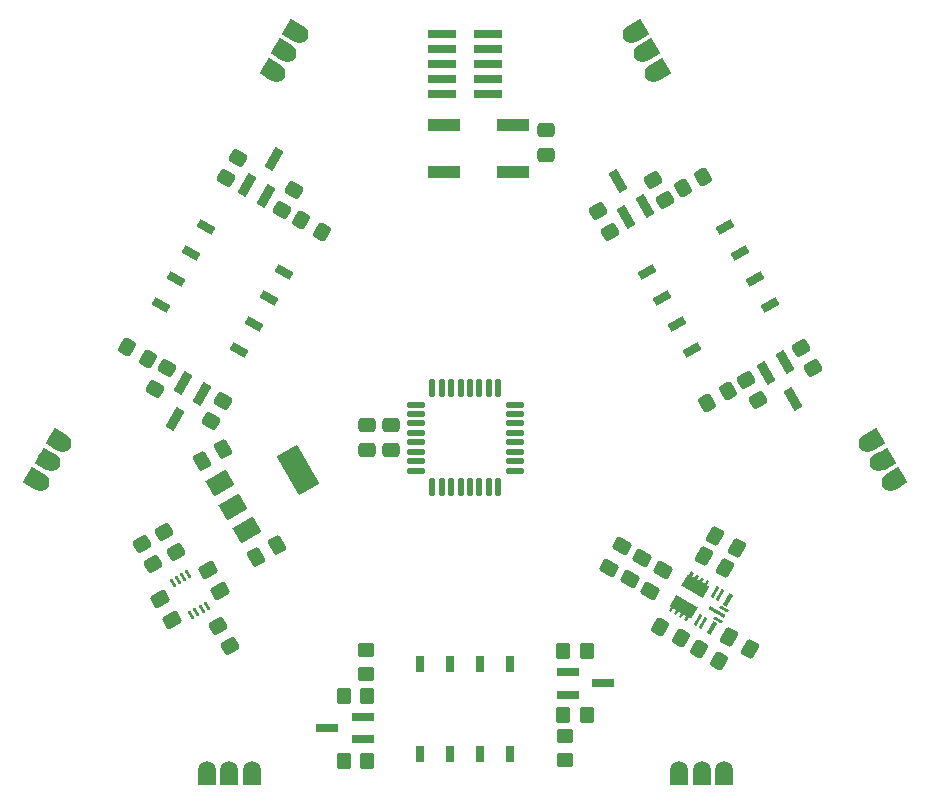
<source format=gbr>
%TF.GenerationSoftware,KiCad,Pcbnew,7.0.7*%
%TF.CreationDate,2023-11-13T09:37:15+01:00*%
%TF.ProjectId,Small,536d616c-6c2e-46b6-9963-61645f706362,rev?*%
%TF.SameCoordinates,Original*%
%TF.FileFunction,Paste,Top*%
%TF.FilePolarity,Positive*%
%FSLAX46Y46*%
G04 Gerber Fmt 4.6, Leading zero omitted, Abs format (unit mm)*
G04 Created by KiCad (PCBNEW 7.0.7) date 2023-11-13 09:37:15*
%MOMM*%
%LPD*%
G01*
G04 APERTURE LIST*
G04 Aperture macros list*
%AMRoundRect*
0 Rectangle with rounded corners*
0 $1 Rounding radius*
0 $2 $3 $4 $5 $6 $7 $8 $9 X,Y pos of 4 corners*
0 Add a 4 corners polygon primitive as box body*
4,1,4,$2,$3,$4,$5,$6,$7,$8,$9,$2,$3,0*
0 Add four circle primitives for the rounded corners*
1,1,$1+$1,$2,$3*
1,1,$1+$1,$4,$5*
1,1,$1+$1,$6,$7*
1,1,$1+$1,$8,$9*
0 Add four rect primitives between the rounded corners*
20,1,$1+$1,$2,$3,$4,$5,0*
20,1,$1+$1,$4,$5,$6,$7,0*
20,1,$1+$1,$6,$7,$8,$9,0*
20,1,$1+$1,$8,$9,$2,$3,0*%
%AMHorizOval*
0 Thick line with rounded ends*
0 $1 width*
0 $2 $3 position (X,Y) of the first rounded end (center of the circle)*
0 $4 $5 position (X,Y) of the second rounded end (center of the circle)*
0 Add line between two ends*
20,1,$1,$2,$3,$4,$5,0*
0 Add two circle primitives to create the rounded ends*
1,1,$1,$2,$3*
1,1,$1,$4,$5*%
%AMRotRect*
0 Rectangle, with rotation*
0 The origin of the aperture is its center*
0 $1 length*
0 $2 width*
0 $3 Rotation angle, in degrees counterclockwise*
0 Add horizontal line*
21,1,$1,$2,0,0,$3*%
G04 Aperture macros list end*
%ADD10R,0.712000X1.468399*%
%ADD11RoundRect,0.250000X-0.350000X-0.450000X0.350000X-0.450000X0.350000X0.450000X-0.350000X0.450000X0*%
%ADD12RoundRect,0.250000X0.564711X-0.078109X0.214711X0.528109X-0.564711X0.078109X-0.214711X-0.528109X0*%
%ADD13RoundRect,0.250000X-0.242612X0.529784X-0.580112X-0.054784X0.242612X-0.529784X0.580112X0.054784X0*%
%ADD14RoundRect,0.250000X-0.564711X0.078109X-0.214711X-0.528109X0.564711X-0.078109X0.214711X0.528109X0*%
%ADD15RotRect,1.900000X0.800000X120.000000*%
%ADD16RoundRect,0.250000X-0.529784X-0.242612X0.054784X-0.580112X0.529784X0.242612X-0.054784X0.580112X0*%
%ADD17RoundRect,0.250000X-0.528109X-0.214711X0.078109X-0.564711X0.528109X0.214711X-0.078109X0.564711X0*%
%ADD18RotRect,1.143000X1.524000X30.000000*%
%ADD19HorizOval,1.524000X0.206114X0.119000X-0.206114X-0.119000X0*%
%ADD20RoundRect,0.250000X-0.078109X-0.564711X0.528109X-0.214711X0.078109X0.564711X-0.528109X0.214711X0*%
%ADD21R,1.900000X0.800000*%
%ADD22R,2.800000X1.000000*%
%ADD23RotRect,0.750000X0.250000X300.000000*%
%ADD24RoundRect,0.250000X-0.214711X0.528109X-0.564711X-0.078109X0.214711X-0.528109X0.564711X0.078109X0*%
%ADD25RoundRect,0.250000X0.214711X-0.528109X0.564711X0.078109X-0.214711X0.528109X-0.564711X-0.078109X0*%
%ADD26RoundRect,0.250000X-0.580112X0.054784X-0.242612X-0.529784X0.580112X-0.054784X0.242612X0.529784X0*%
%ADD27RoundRect,0.250000X0.529784X0.242612X-0.054784X0.580112X-0.529784X-0.242612X0.054784X-0.580112X0*%
%ADD28RoundRect,0.250000X-0.054784X-0.580112X0.529784X-0.242612X0.054784X0.580112X-0.529784X0.242612X0*%
%ADD29RoundRect,0.125000X-0.625000X-0.125000X0.625000X-0.125000X0.625000X0.125000X-0.625000X0.125000X0*%
%ADD30RoundRect,0.125000X-0.125000X-0.625000X0.125000X-0.625000X0.125000X0.625000X-0.125000X0.625000X0*%
%ADD31RoundRect,0.250000X0.078109X0.564711X-0.528109X0.214711X-0.078109X-0.564711X0.528109X-0.214711X0*%
%ADD32RoundRect,0.250000X-0.475000X0.337500X-0.475000X-0.337500X0.475000X-0.337500X0.475000X0.337500X0*%
%ADD33RoundRect,0.250000X0.350000X0.450000X-0.350000X0.450000X-0.350000X-0.450000X0.350000X-0.450000X0*%
%ADD34RotRect,1.900000X0.800000X240.000000*%
%ADD35RotRect,2.000000X1.500000X30.000000*%
%ADD36RotRect,2.000000X3.800000X30.000000*%
%ADD37RoundRect,0.250000X0.450000X-0.350000X0.450000X0.350000X-0.450000X0.350000X-0.450000X-0.350000X0*%
%ADD38R,2.400000X0.740000*%
%ADD39R,1.524000X1.143000*%
%ADD40O,1.524000X2.000000*%
%ADD41RotRect,1.900000X0.800000X300.000000*%
%ADD42RoundRect,0.250000X0.528109X0.214711X-0.078109X0.564711X-0.528109X-0.214711X0.078109X-0.564711X0*%
%ADD43RotRect,1.143000X1.524000X150.000000*%
%ADD44HorizOval,1.524000X-0.206114X0.119000X0.206114X-0.119000X0*%
%ADD45RoundRect,0.250000X-0.450000X0.350000X-0.450000X-0.350000X0.450000X-0.350000X0.450000X0.350000X0*%
%ADD46RotRect,1.900000X0.800000X60.000000*%
%ADD47RotRect,0.712000X1.468399X120.000000*%
%ADD48RotRect,0.712000X1.468399X240.000000*%
%ADD49RotRect,1.124991X0.370002X240.000000*%
%ADD50RotRect,1.099998X0.250012X240.000000*%
%ADD51RotRect,1.099996X2.050008X240.000000*%
%ADD52RotRect,1.099998X2.050008X240.000000*%
%ADD53RotRect,0.800000X0.250000X330.000000*%
%ADD54RotRect,1.520012X0.299999X330.000000*%
%ADD55RoundRect,0.250000X0.580112X-0.054784X0.242612X0.529784X-0.580112X0.054784X-0.242612X-0.529784X0*%
G04 APERTURE END LIST*
%TO.C,U1*%
G36*
X94367614Y-100429569D02*
G01*
X94175120Y-100762978D01*
X94391616Y-100887972D01*
X94584110Y-100554563D01*
X94800626Y-100679569D01*
X94608132Y-101012978D01*
X94824628Y-101137972D01*
X95017122Y-100804563D01*
X95233639Y-100929569D01*
X95041145Y-101262978D01*
X95257641Y-101387972D01*
X95450135Y-101054563D01*
X95666652Y-101179569D01*
X95474158Y-101512978D01*
X95647358Y-101612983D01*
X95097359Y-102565610D01*
X93322000Y-101540606D01*
X93871999Y-100587979D01*
X93958603Y-100637972D01*
X94151097Y-100304563D01*
X94367614Y-100429569D01*
G37*
G36*
X94647358Y-103345034D02*
G01*
X94097359Y-104297661D01*
X93924152Y-104197668D01*
X93731658Y-104531077D01*
X93515141Y-104406071D01*
X93707635Y-104072662D01*
X93491139Y-103947668D01*
X93298645Y-104281077D01*
X93082128Y-104156071D01*
X93274622Y-103822662D01*
X93058126Y-103697668D01*
X92865632Y-104031077D01*
X92649116Y-103906071D01*
X92841610Y-103572662D01*
X92625114Y-103447668D01*
X92432620Y-103781077D01*
X92216103Y-103656071D01*
X92408597Y-103322662D01*
X92322000Y-103272657D01*
X92871999Y-102320030D01*
X94647358Y-103345034D01*
G37*
%TD*%
D10*
%TO.C,J1*%
X71190000Y-108192400D03*
X71190000Y-115807600D03*
X73730000Y-108192400D03*
X73730000Y-115807600D03*
X76270000Y-108192400D03*
X76270000Y-115807600D03*
X78810000Y-108192400D03*
X78810000Y-115807600D03*
%TD*%
D11*
%TO.C,R1*%
X64700000Y-116350000D03*
X66700000Y-116350000D03*
%TD*%
D12*
%TO.C,R14*%
X91926537Y-68880000D03*
X90926537Y-67147950D03*
%TD*%
D11*
%TO.C,R8*%
X83300000Y-112500000D03*
X85300000Y-112500000D03*
%TD*%
D13*
%TO.C,C5*%
X91700000Y-100200000D03*
X90662500Y-101997002D03*
%TD*%
D14*
%TO.C,R10*%
X86250000Y-69847950D03*
X87250000Y-71580000D03*
%TD*%
%TO.C,R13*%
X98740896Y-84093398D03*
X99740896Y-85825448D03*
%TD*%
D15*
%TO.C,Q4*%
X88565544Y-70358590D03*
X90210992Y-69408590D03*
X87888268Y-67285514D03*
%TD*%
D16*
%TO.C,C7*%
X97301499Y-105881250D03*
X99098501Y-106918750D03*
%TD*%
D17*
%TO.C,R6*%
X94771154Y-106880607D03*
X96503204Y-107880607D03*
%TD*%
D13*
%TO.C,C4*%
X89967949Y-99200000D03*
X88930449Y-100997002D03*
%TD*%
D17*
%TO.C,R19*%
X61121986Y-70580000D03*
X62854036Y-71580000D03*
%TD*%
D18*
%TO.C,J22*%
X109666395Y-89131036D03*
D19*
X109284305Y-89351636D03*
D18*
X110616395Y-90776484D03*
D19*
X110234305Y-90997084D03*
D18*
X111566395Y-92421932D03*
D19*
X111184305Y-92642532D03*
%TD*%
D20*
%TO.C,R12*%
X93435383Y-67893398D03*
X95167433Y-66893398D03*
%TD*%
D21*
%TO.C,Q2*%
X83700000Y-108850000D03*
X83700000Y-110750000D03*
X86700000Y-109800000D03*
%TD*%
D22*
%TO.C,SW1*%
X79000000Y-66500000D03*
X73200000Y-66500000D03*
X79000000Y-62500000D03*
X73200000Y-62500000D03*
%TD*%
D23*
%TO.C,U4*%
X51554359Y-100583641D03*
X51121346Y-100833641D03*
X50688334Y-101083641D03*
X50255321Y-101333641D03*
X51805321Y-104018319D03*
X52238334Y-103768319D03*
X52671346Y-103518319D03*
X53104359Y-103268319D03*
%TD*%
D24*
%TO.C,R16*%
X55750000Y-65284552D03*
X54750000Y-67016602D03*
%TD*%
D13*
%TO.C,C6*%
X88235898Y-98200000D03*
X87198398Y-99997002D03*
%TD*%
D25*
%TO.C,R23*%
X59513140Y-69766602D03*
X60513140Y-68034552D03*
%TD*%
D26*
%TO.C,C18*%
X49160930Y-102638101D03*
X50198430Y-104435103D03*
%TD*%
D27*
%TO.C,C3*%
X97972114Y-98336379D03*
X96175112Y-97298879D03*
%TD*%
D18*
%TO.C,J23*%
X89666395Y-54490019D03*
D19*
X89284305Y-54710619D03*
D18*
X90616395Y-56135467D03*
D19*
X90234305Y-56356067D03*
D18*
X91566395Y-57780915D03*
D19*
X91184305Y-58001515D03*
%TD*%
D12*
%TO.C,R9*%
X104417433Y-83125448D03*
X103417433Y-81393398D03*
%TD*%
D28*
%TO.C,C9*%
X52683456Y-91016732D03*
X54480458Y-89979232D03*
%TD*%
D29*
%TO.C,U2*%
X70825000Y-86200000D03*
X70825000Y-87000000D03*
X70825000Y-87800000D03*
X70825000Y-88600000D03*
X70825000Y-89400000D03*
X70825000Y-90200000D03*
X70825000Y-91000000D03*
X70825000Y-91800000D03*
D30*
X72200000Y-93175000D03*
X73000000Y-93175000D03*
X73800000Y-93175000D03*
X74600000Y-93175000D03*
X75400000Y-93175000D03*
X76200000Y-93175000D03*
X77000000Y-93175000D03*
X77800000Y-93175000D03*
D29*
X79175000Y-91800000D03*
X79175000Y-91000000D03*
X79175000Y-90200000D03*
X79175000Y-89400000D03*
X79175000Y-88600000D03*
X79175000Y-87800000D03*
X79175000Y-87000000D03*
X79175000Y-86200000D03*
D30*
X77800000Y-84825000D03*
X77000000Y-84825000D03*
X76200000Y-84825000D03*
X75400000Y-84825000D03*
X74600000Y-84825000D03*
X73800000Y-84825000D03*
X73000000Y-84825000D03*
X72200000Y-84825000D03*
%TD*%
D31*
%TO.C,R11*%
X97232050Y-85080000D03*
X95500000Y-86080000D03*
%TD*%
D32*
%TO.C,C14*%
X68750000Y-87950000D03*
X68750000Y-90025000D03*
%TD*%
D21*
%TO.C,Q1*%
X66300000Y-114550000D03*
X66300000Y-112650000D03*
X63300000Y-113600000D03*
%TD*%
D25*
%TO.C,R17*%
X53488011Y-87625448D03*
X54488011Y-85893398D03*
%TD*%
D27*
%TO.C,C2*%
X96972115Y-100068429D03*
X95175113Y-99030929D03*
%TD*%
D14*
%TO.C,R25*%
X49464359Y-96963655D03*
X50464359Y-98695705D03*
%TD*%
D17*
%TO.C,R3*%
X91523558Y-105005608D03*
X93255608Y-106005608D03*
%TD*%
D32*
%TO.C,C13*%
X66700000Y-87962500D03*
X66700000Y-90037500D03*
%TD*%
D33*
%TO.C,R2*%
X85300000Y-107100000D03*
X83300000Y-107100000D03*
%TD*%
D34*
%TO.C,Q6*%
X52729165Y-85339808D03*
X51083717Y-84389808D03*
X50406441Y-87462884D03*
%TD*%
D35*
%TO.C,U3*%
X54194040Y-92858142D03*
X55344040Y-94850000D03*
D36*
X60800000Y-91700000D03*
D35*
X56494040Y-96841858D03*
%TD*%
D37*
%TO.C,R4*%
X66600000Y-109000000D03*
X66600000Y-107000000D03*
%TD*%
D38*
%TO.C,J6*%
X73050000Y-54800000D03*
X76950000Y-54800000D03*
X73050000Y-56070000D03*
X76950000Y-56070000D03*
X73050000Y-57340000D03*
X76950000Y-57340000D03*
X73050000Y-58610000D03*
X76950000Y-58610000D03*
X73050000Y-59880000D03*
X76950000Y-59880000D03*
%TD*%
D14*
%TO.C,R18*%
X54064359Y-104931089D03*
X55064359Y-106663139D03*
%TD*%
D39*
%TO.C,J21*%
X96900000Y-117825000D03*
D40*
X96900000Y-117383800D03*
D39*
X95000000Y-117825000D03*
D40*
X95000000Y-117383800D03*
D39*
X93100000Y-117825000D03*
D40*
X93100000Y-117383800D03*
%TD*%
D41*
%TO.C,Q3*%
X102101889Y-82614808D03*
X100456441Y-83564808D03*
X102779165Y-85687884D03*
%TD*%
D42*
%TO.C,R20*%
X48116025Y-82330000D03*
X46383975Y-81330000D03*
%TD*%
D43*
%TO.C,J25*%
X38433605Y-92421933D03*
D44*
X38815695Y-92642533D03*
D43*
X39383605Y-90776485D03*
D44*
X39765695Y-90997085D03*
D43*
X40333605Y-89131037D03*
D44*
X40715695Y-89351637D03*
%TD*%
D32*
%TO.C,C15*%
X81800000Y-62962500D03*
X81800000Y-65037500D03*
%TD*%
D45*
%TO.C,R5*%
X83400000Y-114300000D03*
X83400000Y-116300000D03*
%TD*%
D24*
%TO.C,R24*%
X49724872Y-83143398D03*
X48724872Y-84875448D03*
%TD*%
D46*
%TO.C,Q5*%
X56508846Y-67570192D03*
X58154294Y-68520192D03*
X58831570Y-65447116D03*
%TD*%
D47*
%TO.C,J3*%
X94179318Y-81571834D03*
X100774274Y-77764234D03*
X92909318Y-79372129D03*
X99504274Y-75564529D03*
X91639318Y-77172425D03*
X98234274Y-73364825D03*
X90369318Y-74972720D03*
X96964274Y-71165120D03*
%TD*%
D43*
%TO.C,J24*%
X58433605Y-57780916D03*
D44*
X58815695Y-58001516D03*
D43*
X59383605Y-56135468D03*
D44*
X59765695Y-56356068D03*
D43*
X60333605Y-54490020D03*
D44*
X60715695Y-54710620D03*
%TD*%
D33*
%TO.C,R7*%
X66700000Y-110850000D03*
X64700000Y-110850000D03*
%TD*%
D14*
%TO.C,R21*%
X47600000Y-98000000D03*
X48600000Y-99732050D03*
%TD*%
D39*
%TO.C,J20*%
X56900000Y-117825000D03*
D40*
X56900000Y-117383800D03*
D39*
X55000000Y-117825000D03*
D40*
X55000000Y-117383800D03*
D39*
X53100000Y-117825000D03*
D40*
X53100000Y-117383800D03*
%TD*%
D48*
%TO.C,J5*%
X59630680Y-74972720D03*
X53035724Y-71165120D03*
X58360680Y-77172425D03*
X51765724Y-73364825D03*
X57090680Y-79372129D03*
X50495724Y-75564529D03*
X55820680Y-81571834D03*
X49225724Y-77764234D03*
%TD*%
D49*
%TO.C,U1*%
X97241864Y-102721210D03*
D50*
X96546633Y-102305384D03*
X96113621Y-102055384D03*
D51*
X94484678Y-101576795D03*
D52*
X93484679Y-103308845D03*
D50*
X94713621Y-104480256D03*
X95146633Y-104730256D03*
D49*
X95854364Y-105124430D03*
D53*
X96384715Y-104405831D03*
D54*
X96314287Y-103787820D03*
D53*
X96884714Y-103539807D03*
%TD*%
D28*
%TO.C,C10*%
X57300980Y-99089517D03*
X59097982Y-98052017D03*
%TD*%
D55*
%TO.C,C17*%
X54218750Y-101998501D03*
X53181250Y-100201499D03*
%TD*%
M02*

</source>
